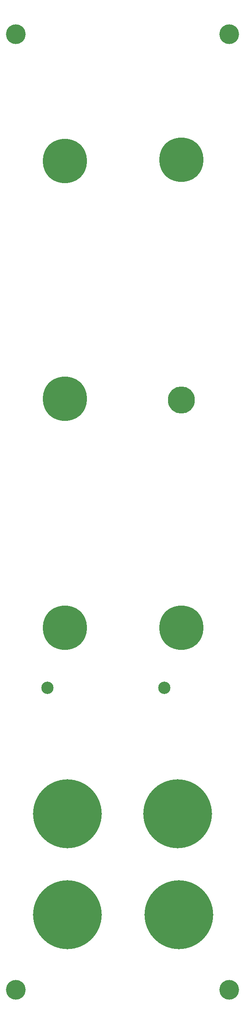
<source format=gbr>
%TF.GenerationSoftware,KiCad,Pcbnew,(5.1.12-1-10_14)*%
%TF.CreationDate,2023-08-06T16:51:14+02:00*%
%TF.ProjectId,xorcist_panel,786f7263-6973-4745-9f70-616e656c2e6b,rev?*%
%TF.SameCoordinates,Original*%
%TF.FileFunction,Soldermask,Top*%
%TF.FilePolarity,Negative*%
%FSLAX46Y46*%
G04 Gerber Fmt 4.6, Leading zero omitted, Abs format (unit mm)*
G04 Created by KiCad (PCBNEW (5.1.12-1-10_14)) date 2023-08-06 16:51:14*
%MOMM*%
%LPD*%
G01*
G04 APERTURE LIST*
%ADD10C,9.000000*%
%ADD11C,5.500000*%
%ADD12C,14.000000*%
%ADD13C,2.500000*%
%ADD14C,4.000000*%
G04 APERTURE END LIST*
D10*
%TO.C,REF\u002A\u002A*%
X384750000Y-133000000D03*
%TD*%
%TO.C,REF\u002A\u002A*%
X361000000Y-133000000D03*
%TD*%
%TO.C,REF\u002A\u002A*%
X361000000Y-86500000D03*
%TD*%
%TO.C,REF\u002A\u002A*%
X384750000Y-38000000D03*
%TD*%
%TO.C,REF\u002A\u002A*%
X361000000Y-38250000D03*
%TD*%
D11*
%TO.C,REF\u002A\u002A*%
X384750000Y-86750000D03*
%TD*%
D12*
%TO.C,REF\u002A\u002A*%
X384250000Y-191250000D03*
%TD*%
%TO.C,REF\u002A\u002A*%
X384000000Y-170750000D03*
%TD*%
%TO.C,REF\u002A\u002A*%
X361500000Y-191250000D03*
%TD*%
%TO.C,REF\u002A\u002A*%
X361500000Y-170750000D03*
%TD*%
D13*
%TO.C,REF\u002A\u002A*%
X381250000Y-145250000D03*
%TD*%
%TO.C,REF\u002A\u002A*%
X357500000Y-145250000D03*
%TD*%
D14*
%TO.C,REF\u002A\u002A*%
X394500000Y-12500000D03*
X394500000Y-206500000D03*
%TD*%
%TO.C,REF\u002A\u002A*%
X351000000Y-206500000D03*
X351000000Y-12500000D03*
%TD*%
M02*

</source>
